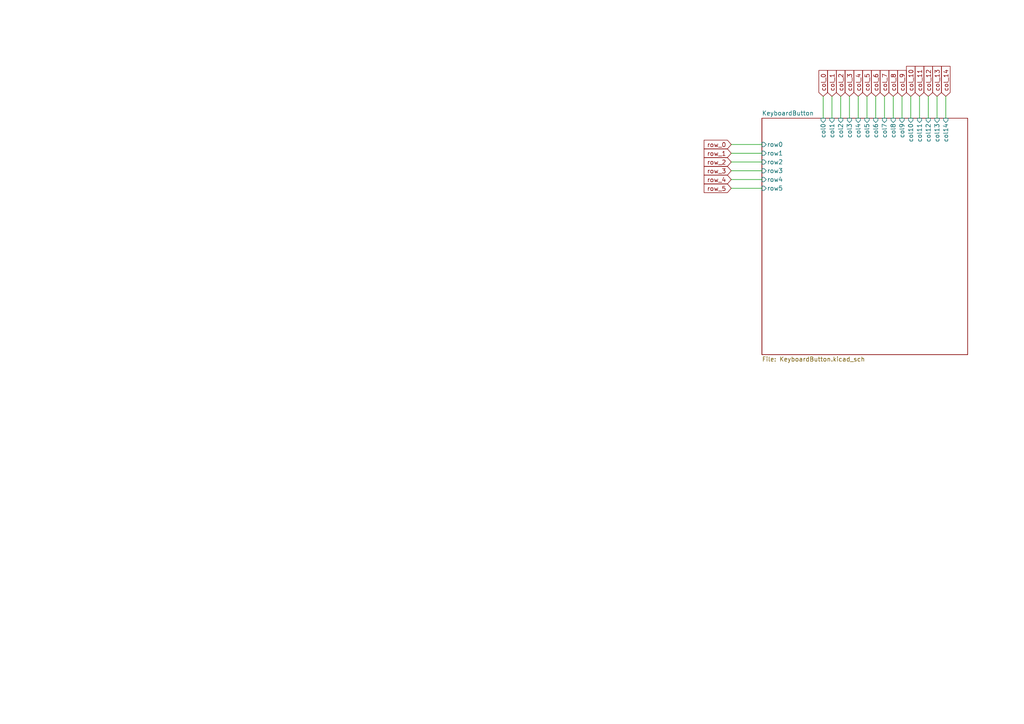
<source format=kicad_sch>
(kicad_sch (version 20230121) (generator eeschema)
  (paper "A4")
  (lib_symbols)
  (wire (pts (xy 212.09 54.61) (xy 220.98 54.61)))
  (wire (pts (xy 212.09 52.07) (xy 220.98 52.07)))
  (wire (pts (xy 271.78 27.94) (xy 271.78 34.29)))
  (wire (pts (xy 248.92 27.94) (xy 248.92 34.29)))
  (wire (pts (xy 238.76 27.94) (xy 238.76 34.29)))
  (wire (pts (xy 212.09 46.99) (xy 220.98 46.99)))
  (wire (pts (xy 256.54 27.94) (xy 256.54 34.29)))
  (wire (pts (xy 246.38 27.94) (xy 246.38 34.29)))
  (wire (pts (xy 266.7 27.94) (xy 266.7 34.29)))
  (wire (pts (xy 212.09 49.53) (xy 220.98 49.53)))
  (wire (pts (xy 259.08 27.94) (xy 259.08 34.29)))
  (wire (pts (xy 212.09 44.45) (xy 220.98 44.45)))
  (wire (pts (xy 264.16 27.94) (xy 264.16 34.29)))
  (wire (pts (xy 243.84 27.94) (xy 243.84 34.29)))
  (wire (pts (xy 251.46 27.94) (xy 251.46 34.29)))
  (wire (pts (xy 274.32 27.94) (xy 274.32 34.29)))
  (wire (pts (xy 261.62 27.94) (xy 261.62 34.29)))
  (wire (pts (xy 212.09 41.91) (xy 220.98 41.91)))
  (wire (pts (xy 254 27.94) (xy 254 34.29)))
  (wire (pts (xy 269.24 27.94) (xy 269.24 34.29)))
  (wire (pts (xy 241.3 27.94) (xy 241.3 34.29)))
  (global_label "row_1" (shape input) (at 212.09 44.45 180) (property "Intersheetrefs" "${INTERSHEET_REFS}" (effects hide)))
  (global_label "col_13" (shape input) (at 271.78 27.94 90) (property "Intersheetrefs" "${INTERSHEET_REFS}" (effects hide)))
  (global_label "col_10" (shape input) (at 264.16 27.94 90) (property "Intersheetrefs" "${INTERSHEET_REFS}" (effects hide)))
  (global_label "row_5" (shape input) (at 212.09 54.61 180) (property "Intersheetrefs" "${INTERSHEET_REFS}" (effects hide)))
  (global_label "col_2" (shape input) (at 243.84 27.94 90) (property "Intersheetrefs" "${INTERSHEET_REFS}" (effects hide)))
  (global_label "col_3" (shape input) (at 246.38 27.94 90) (property "Intersheetrefs" "${INTERSHEET_REFS}" (effects hide)))
  (global_label "row_3" (shape input) (at 212.09 49.53 180) (property "Intersheetrefs" "${INTERSHEET_REFS}" (effects hide)))
  (global_label "col_12" (shape input) (at 269.24 27.94 90) (property "Intersheetrefs" "${INTERSHEET_REFS}" (effects hide)))
  (global_label "col_7" (shape input) (at 256.54 27.94 90) (property "Intersheetrefs" "${INTERSHEET_REFS}" (effects hide)))
  (global_label "row_0" (shape input) (at 212.09 41.91 180) (property "Intersheetrefs" "${INTERSHEET_REFS}" (effects hide)))
  (global_label "col_4" (shape input) (at 248.92 27.94 90) (property "Intersheetrefs" "${INTERSHEET_REFS}" (effects hide)))
  (global_label "row_4" (shape input) (at 212.09 52.07 180) (property "Intersheetrefs" "${INTERSHEET_REFS}" (effects hide)))
  (global_label "col_0" (shape input) (at 238.76 27.94 90) (property "Intersheetrefs" "${INTERSHEET_REFS}" (effects hide)))
  (global_label "col_11" (shape input) (at 266.7 27.94 90) (property "Intersheetrefs" "${INTERSHEET_REFS}" (effects hide)))
  (global_label "col_8" (shape input) (at 259.08 27.94 90) (property "Intersheetrefs" "${INTERSHEET_REFS}" (effects hide)))
  (global_label "col_1" (shape input) (at 241.3 27.94 90) (property "Intersheetrefs" "${INTERSHEET_REFS}" (effects hide)))
  (global_label "col_9" (shape input) (at 261.62 27.94 90) (property "Intersheetrefs" "${INTERSHEET_REFS}" (effects hide)))
  (global_label "col_14" (shape input) (at 274.32 27.94 90) (property "Intersheetrefs" "${INTERSHEET_REFS}" (effects hide)))
  (global_label "col_6" (shape input) (at 254 27.94 90) (property "Intersheetrefs" "${INTERSHEET_REFS}" (effects hide)))
  (global_label "row_2" (shape input) (at 212.09 46.99 180) (property "Intersheetrefs" "${INTERSHEET_REFS}" (effects hide)))
  (global_label "col_5" (shape input) (at 251.46 27.94 90) (property "Intersheetrefs" "${INTERSHEET_REFS}" (effects hide)))
  (sheet (at 220.98 34.29) (size 59.69 68.58) (stroke (width 0.1524))
    (property "Sheetname" "KeyboardButton" (at 220.98 33.5784 0) (effects (justify left bottom)))
    (property "Sheetfile" "KeyboardButton.kicad_sch" (at 220.98 103.4546 0) (effects (justify left top)))
    (pin "row1" input (at 220.98 44.45 180))
    (pin "row0" input (at 220.98 41.91 180))
    (pin "row3" input (at 220.98 49.53 180))
    (pin "row4" input (at 220.98 52.07 180))
    (pin "row5" input (at 220.98 54.61 180))
    (pin "row2" input (at 220.98 46.99 180))
    (pin "col0" input (at 238.76 34.29 90))
    (pin "col1" input (at 241.3 34.29 90))
    (pin "col3" input (at 246.38 34.29 90))
    (pin "col2" input (at 243.84 34.29 90))
    (pin "col6" input (at 254 34.29 90))
    (pin "col5" input (at 251.46 34.29 90))
    (pin "col4" input (at 248.92 34.29 90))
    (pin "col9" input (at 261.62 34.29 90))
    (pin "col7" input (at 256.54 34.29 90))
    (pin "col8" input (at 259.08 34.29 90))
    (pin "col11" input (at 266.7 34.29 90))
    (pin "col10" input (at 264.16 34.29 90))
    (pin "col12" input (at 269.24 34.29 90))
    (pin "col14" input (at 274.32 34.29 90))
    (pin "col13" input (at 271.78 34.29 90))
  )
)
</source>
